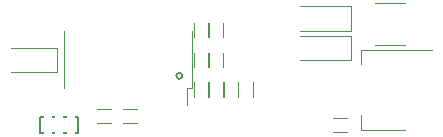
<source format=gbr>
G04 #@! TF.FileFunction,Legend,Bot*
%FSLAX46Y46*%
G04 Gerber Fmt 4.6, Leading zero omitted, Abs format (unit mm)*
G04 Created by KiCad (PCBNEW 4.0.7) date 05/30/18 02:56:49*
%MOMM*%
%LPD*%
G01*
G04 APERTURE LIST*
%ADD10C,0.100000*%
%ADD11C,0.127000*%
%ADD12C,0.120000*%
%ADD13C,0.101600*%
%ADD14C,0.200000*%
%ADD15C,1.551600*%
%ADD16C,2.001600*%
%ADD17R,0.701600X1.001600*%
%ADD18R,1.001600X0.701600*%
%ADD19R,2.051600X1.601600*%
%ADD20R,1.001600X1.301600*%
%ADD21R,1.625600X3.149600*%
%ADD22R,1.801600X1.801600*%
%ADD23O,1.801600X1.801600*%
%ADD24R,2.101600X3.901600*%
%ADD25R,2.101600X1.601600*%
%ADD26R,0.901600X1.401600*%
%ADD27R,0.701600X1.601600*%
%ADD28C,1.828800*%
%ADD29R,1.828800X1.828800*%
%ADD30C,1.951600*%
G04 APERTURE END LIST*
D10*
D11*
X16000000Y-10250000D02*
G75*
G03X16000000Y-10250000I-250000J0D01*
G01*
D10*
X11000000Y-14250000D02*
X12200000Y-14250000D01*
X11000000Y-13050000D02*
X12200000Y-13050000D01*
X19450000Y-12000000D02*
X19450000Y-10800000D01*
X18250000Y-12000000D02*
X18250000Y-10800000D01*
X17000000Y-8300000D02*
X17000000Y-9500000D01*
X18200000Y-8300000D02*
X18200000Y-9500000D01*
X18200000Y-12000000D02*
X18200000Y-10800000D01*
X17000000Y-12000000D02*
X17000000Y-10800000D01*
X18250000Y-8300000D02*
X18250000Y-9500000D01*
X19450000Y-8300000D02*
X19450000Y-9500000D01*
X18250000Y-5800000D02*
X18250000Y-7000000D01*
X19450000Y-5800000D02*
X19450000Y-7000000D01*
X18200000Y-7000000D02*
X18200000Y-5800000D01*
X17000000Y-7000000D02*
X17000000Y-5800000D01*
D12*
X30250000Y-6850000D02*
X26000000Y-6850000D01*
X30250000Y-8950000D02*
X26000000Y-8950000D01*
X30250000Y-6850000D02*
X30250000Y-8950000D01*
X30250000Y-4350000D02*
X26000000Y-4350000D01*
X30250000Y-6450000D02*
X26000000Y-6450000D01*
X30250000Y-4350000D02*
X30250000Y-6450000D01*
D10*
X9950000Y-13050000D02*
X8750000Y-13050000D01*
X9950000Y-14250000D02*
X8750000Y-14250000D01*
D12*
X5425000Y-7890000D02*
X5425000Y-9890000D01*
X5425000Y-9890000D02*
X1525000Y-9890000D01*
X5425000Y-7890000D02*
X1525000Y-7890000D01*
D13*
X34870000Y-4122000D02*
X32330000Y-4122000D01*
X32330000Y-7678000D02*
X34870000Y-7678000D01*
D10*
X19500000Y-10800000D02*
X19500000Y-12000000D01*
X20700000Y-10800000D02*
X20700000Y-12000000D01*
X20750000Y-10800000D02*
X20750000Y-12000000D01*
X21950000Y-10800000D02*
X21950000Y-12000000D01*
X29950000Y-13800000D02*
X28750000Y-13800000D01*
X29950000Y-15000000D02*
X28750000Y-15000000D01*
D12*
X31110000Y-14840000D02*
X31110000Y-13580000D01*
X31110000Y-8020000D02*
X31110000Y-9280000D01*
X34870000Y-14840000D02*
X31110000Y-14840000D01*
X37120000Y-8020000D02*
X31110000Y-8020000D01*
X16830000Y-11290000D02*
X16430000Y-11290000D01*
X16430000Y-11290000D02*
X16430000Y-12690000D01*
X16830000Y-11290000D02*
X16830000Y-6490000D01*
X6030000Y-11290000D02*
X6030000Y-6490000D01*
D14*
X4000000Y-15050000D02*
X7200000Y-15050000D01*
X7200000Y-13750000D02*
X4000000Y-13750000D01*
X4000000Y-13750000D02*
X4000000Y-15050000D01*
X7200000Y-13750000D02*
X7200000Y-15050000D01*
%LPC*%
D15*
X4128000Y-6390000D03*
X4128000Y-11390000D03*
D16*
X1428000Y-5390000D03*
X1428000Y-12390000D03*
D17*
X12350000Y-13650000D03*
X10850000Y-13650000D03*
D18*
X18850000Y-10650000D03*
X18850000Y-12150000D03*
X17600000Y-9650000D03*
X17600000Y-8150000D03*
X17600000Y-10650000D03*
X17600000Y-12150000D03*
X18850000Y-9650000D03*
X18850000Y-8150000D03*
X18850000Y-7150000D03*
X18850000Y-5650000D03*
X17600000Y-5650000D03*
X17600000Y-7150000D03*
D19*
X28975000Y-7900000D03*
X26225000Y-7900000D03*
X28975000Y-5400000D03*
X26225000Y-5400000D03*
D17*
X8600000Y-13650000D03*
X10100000Y-13650000D03*
D20*
X4825000Y-8890000D03*
X1525000Y-8890000D03*
D21*
X35632000Y-5900000D03*
X31568000Y-5900000D03*
D22*
X41910000Y-11430000D03*
D23*
X39370000Y-11430000D03*
X41910000Y-8890000D03*
X39370000Y-8890000D03*
X41910000Y-6350000D03*
X39370000Y-6350000D03*
D18*
X20100000Y-12150000D03*
X20100000Y-10650000D03*
X21350000Y-12150000D03*
X21350000Y-10650000D03*
D17*
X28600000Y-14400000D03*
X30100000Y-14400000D03*
D24*
X29870000Y-11430000D03*
D25*
X36170000Y-11430000D03*
X36170000Y-13730000D03*
X36170000Y-9130000D03*
D26*
X15880000Y-12040000D03*
X14600000Y-12040000D03*
X13340000Y-12040000D03*
X12070000Y-12040000D03*
X10790000Y-12040000D03*
X9520000Y-12040000D03*
X8260000Y-12040000D03*
X6980000Y-12040000D03*
X6980000Y-5740000D03*
X8260000Y-5740000D03*
X9520000Y-5740000D03*
X10790000Y-5740000D03*
X12070000Y-5740000D03*
X13340000Y-5740000D03*
X14600000Y-5740000D03*
X15880000Y-5740000D03*
D27*
X6550000Y-14400000D03*
X5600000Y-14400000D03*
X4650000Y-14400000D03*
D28*
X39370000Y-16510000D03*
X36830000Y-16510000D03*
X34290000Y-16510000D03*
X31750000Y-16510000D03*
X29210000Y-16510000D03*
X26670000Y-16510000D03*
X24130000Y-16510000D03*
X21590000Y-16510000D03*
X19050000Y-16510000D03*
X16510000Y-16510000D03*
X13970000Y-16510000D03*
X11430000Y-16510000D03*
X8890000Y-16510000D03*
X6350000Y-16510000D03*
X3810000Y-16510000D03*
X3810000Y-1270000D03*
X6350000Y-1270000D03*
X8890000Y-1270000D03*
X11430000Y-1270000D03*
X13970000Y-1270000D03*
X16510000Y-1270000D03*
X19050000Y-1270000D03*
X21590000Y-1270000D03*
X24130000Y-1270000D03*
X26670000Y-1270000D03*
X29210000Y-1270000D03*
X31750000Y-1270000D03*
X34290000Y-1270000D03*
X36830000Y-1270000D03*
D29*
X39370000Y-1270000D03*
D30*
X41910000Y-1270000D03*
X41910000Y-16510000D03*
X1270000Y-1270000D03*
X1270000Y-16510000D03*
M02*

</source>
